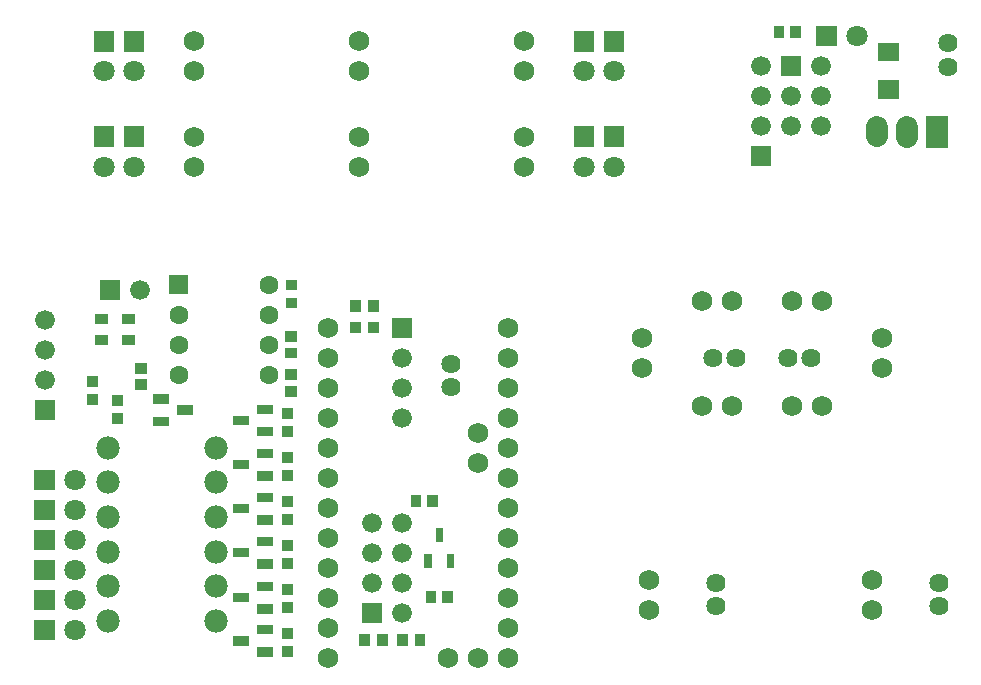
<source format=gts>
G04 Layer: TopSolderMaskLayer*
G04 EasyEDA v6.4.30, 2022-01-25 10:33:58*
G04 5618020f384b45728b455be9ef3c0d3f,7d3f4a13764643a7838717c5c1d40531,10*
G04 Gerber Generator version 0.2*
G04 Scale: 100 percent, Rotated: No, Reflected: No *
G04 Dimensions in inches *
G04 leading zeros omitted , absolute positions ,3 integer and 6 decimal *
%FSLAX36Y36*%
%MOIN*%

%ADD49C,0.0749*%
%ADD50C,0.0640*%
%ADD52C,0.0660*%
%ADD54C,0.0709*%
%ADD62C,0.0780*%
%ADD65C,0.0690*%
%ADD67C,0.0680*%
%ADD69C,0.0631*%

%LPD*%
D49*
X2984380Y1871541D02*
G01*
X2984380Y1903038D01*
X2884369Y1871932D02*
G01*
X2884369Y1903427D01*
D50*
G01*
X2664350Y1133119D03*
G01*
X2585649Y1133119D03*
G01*
X2414350Y1133119D03*
G01*
X2335649Y1133119D03*
G36*
X1166999Y251399D02*
G01*
X1166999Y317399D01*
X1233000Y317399D01*
X1233000Y251399D01*
G37*
D52*
G01*
X1300000Y284369D03*
G01*
X1200000Y384369D03*
G01*
X1300000Y384369D03*
G01*
X1200000Y484369D03*
G01*
X1300000Y484369D03*
G01*
X1200000Y584369D03*
G01*
X1300000Y584369D03*
D50*
G01*
X1462500Y1035650D03*
G01*
X1462500Y1114349D03*
G01*
X3090630Y384349D03*
G01*
X3090630Y305650D03*
G01*
X2346880Y384969D03*
G01*
X2346880Y306269D03*
G36*
X1266999Y1201399D02*
G01*
X1266999Y1267399D01*
X1333000Y1267399D01*
X1333000Y1201399D01*
G37*
D52*
G01*
X1300000Y1134369D03*
G01*
X1300000Y1034369D03*
G01*
X1300000Y934369D03*
G36*
X1973199Y1835199D02*
G01*
X1973199Y1906100D01*
X2039200Y1906100D01*
X2039200Y1835199D01*
G37*
D54*
G01*
X2006250Y1770619D03*
G36*
X373200Y1835199D02*
G01*
X373200Y1906100D01*
X439200Y1906100D01*
X439200Y1835199D01*
G37*
G01*
X406250Y1770619D03*
G36*
X1873199Y1835199D02*
G01*
X1873199Y1906100D01*
X1939200Y1906100D01*
X1939200Y1835199D01*
G37*
G01*
X1906250Y1770619D03*
G36*
X273200Y1835199D02*
G01*
X273200Y1906100D01*
X339200Y1906100D01*
X339200Y1835199D01*
G37*
G01*
X306250Y1770619D03*
G36*
X1973199Y2153899D02*
G01*
X1973199Y2224800D01*
X2039200Y2224800D01*
X2039200Y2153899D01*
G37*
G01*
X2006250Y2089369D03*
G36*
X373200Y2153899D02*
G01*
X373200Y2224800D01*
X439200Y2224800D01*
X439200Y2153899D01*
G37*
G01*
X406250Y2089369D03*
G36*
X1873199Y2153899D02*
G01*
X1873199Y2224800D01*
X1939200Y2224800D01*
X1939200Y2153899D01*
G37*
G01*
X1906250Y2089369D03*
G36*
X273200Y2153899D02*
G01*
X273200Y2224800D01*
X339200Y2224800D01*
X339200Y2153899D01*
G37*
G01*
X306250Y2089369D03*
G36*
X2680200Y2173200D02*
G01*
X2680200Y2239200D01*
X2751099Y2239200D01*
X2751099Y2173200D01*
G37*
G01*
X2815619Y2206250D03*
G36*
X2463900Y1773200D02*
G01*
X2463900Y1839200D01*
X2529899Y1839200D01*
X2529899Y1773200D01*
G37*
D52*
G01*
X2496880Y1906239D03*
G01*
X2496880Y2006239D03*
G01*
X2496880Y2106239D03*
G36*
X2885900Y1996700D02*
G01*
X2885900Y2059200D01*
X2957899Y2059200D01*
X2957899Y1996700D01*
G37*
G36*
X2885900Y2122100D02*
G01*
X2885900Y2184600D01*
X2957899Y2184600D01*
X2957899Y2122100D01*
G37*
G36*
X73899Y195100D02*
G01*
X73899Y261100D01*
X144800Y261100D01*
X144800Y195100D01*
G37*
D54*
G01*
X209380Y228119D03*
G36*
X73899Y295100D02*
G01*
X73899Y361100D01*
X144800Y361100D01*
X144800Y295100D01*
G37*
G01*
X209380Y328119D03*
G36*
X1384799Y636500D02*
G01*
X1384799Y675999D01*
X1420299Y675999D01*
X1420299Y636500D01*
G37*
G36*
X1329700Y636500D02*
G01*
X1329700Y675999D01*
X1365200Y675999D01*
X1365200Y636500D01*
G37*
G36*
X1379700Y317800D02*
G01*
X1379700Y357199D01*
X1415200Y357199D01*
X1415200Y317800D01*
G37*
G36*
X1434799Y317800D02*
G01*
X1434799Y357199D01*
X1470299Y357199D01*
X1470299Y317800D01*
G37*
G36*
X1375100Y434200D02*
G01*
X1375100Y479099D01*
X1400100Y479099D01*
X1400100Y434200D01*
G37*
G36*
X1449899Y434200D02*
G01*
X1449899Y479099D01*
X1474899Y479099D01*
X1474899Y434200D01*
G37*
G36*
X1412500Y520900D02*
G01*
X1412500Y565799D01*
X1437500Y565799D01*
X1437500Y520900D01*
G37*
G36*
X1158699Y174699D02*
G01*
X1158699Y212800D01*
X1194499Y212800D01*
X1194499Y174699D01*
G37*
G36*
X1218000Y174699D02*
G01*
X1218000Y212800D01*
X1253800Y212800D01*
X1253800Y174699D01*
G37*
G36*
X1283699Y174699D02*
G01*
X1283699Y212800D01*
X1319499Y212800D01*
X1319499Y174699D01*
G37*
G36*
X1343000Y174699D02*
G01*
X1343000Y212800D01*
X1378800Y212800D01*
X1378800Y174699D01*
G37*
G36*
X76399Y926399D02*
G01*
X76399Y992399D01*
X142399Y992399D01*
X142399Y926399D01*
G37*
D52*
G01*
X109380Y1059369D03*
G01*
X109380Y1159369D03*
G01*
X109380Y1259369D03*
G36*
X3046899Y1834099D02*
G01*
X3046899Y1940500D01*
X3121800Y1940500D01*
X3121800Y1834099D01*
G37*
D50*
G01*
X3121880Y2104400D03*
G01*
X3121880Y2183099D03*
G36*
X295100Y1326399D02*
G01*
X295100Y1392399D01*
X361100Y1392399D01*
X361100Y1326399D01*
G37*
D52*
G01*
X428130Y1359369D03*
G01*
X2696890Y1906250D03*
G01*
X2596890Y1906250D03*
G01*
X2696890Y2006250D03*
G01*
X2596890Y2006250D03*
G01*
X2696890Y2106250D03*
G36*
X2563900Y2073200D02*
G01*
X2563900Y2139200D01*
X2629899Y2139200D01*
X2629899Y2073200D01*
G37*
G36*
X911599Y1059800D02*
G01*
X911599Y1095300D01*
X951000Y1095300D01*
X951000Y1059800D01*
G37*
G36*
X911599Y1004699D02*
G01*
X911599Y1040199D01*
X951000Y1040199D01*
X951000Y1004699D01*
G37*
G36*
X911599Y1187899D02*
G01*
X911599Y1223400D01*
X951000Y1223400D01*
X951000Y1187899D01*
G37*
G36*
X911599Y1132800D02*
G01*
X911599Y1168299D01*
X951000Y1168299D01*
X951000Y1132800D01*
G37*
G36*
X411500Y1081700D02*
G01*
X411500Y1117199D01*
X450999Y1117199D01*
X450999Y1081700D01*
G37*
G36*
X411500Y1026599D02*
G01*
X411500Y1062100D01*
X450999Y1062100D01*
X450999Y1026599D01*
G37*
D62*
G01*
X320000Y256199D03*
G01*
X680000Y256199D03*
G01*
X320000Y371900D03*
G01*
X680000Y371900D03*
G01*
X320000Y487500D03*
G01*
X680000Y487500D03*
G01*
X320000Y603099D03*
G01*
X680000Y603099D03*
G01*
X320000Y718699D03*
G01*
X680000Y718699D03*
G01*
X320000Y834400D03*
G01*
X680000Y834400D03*
G36*
X899799Y136900D02*
G01*
X899799Y172600D01*
X937799Y172600D01*
X937799Y136900D01*
G37*
G36*
X899799Y196199D02*
G01*
X899799Y231900D01*
X937799Y231900D01*
X937799Y196199D01*
G37*
G36*
X899799Y283699D02*
G01*
X899799Y319400D01*
X937799Y319400D01*
X937799Y283699D01*
G37*
G36*
X899799Y343000D02*
G01*
X899799Y378699D01*
X937799Y378699D01*
X937799Y343000D01*
G37*
G36*
X899799Y430599D02*
G01*
X899799Y466300D01*
X937799Y466300D01*
X937799Y430599D01*
G37*
G36*
X899799Y489899D02*
G01*
X899799Y525599D01*
X937799Y525599D01*
X937799Y489899D01*
G37*
G36*
X899799Y577500D02*
G01*
X899799Y613200D01*
X937799Y613200D01*
X937799Y577500D01*
G37*
G36*
X899799Y636799D02*
G01*
X899799Y672500D01*
X937799Y672500D01*
X937799Y636799D01*
G37*
G36*
X899799Y724400D02*
G01*
X899799Y760100D01*
X937799Y760100D01*
X937799Y724400D01*
G37*
G36*
X899799Y783699D02*
G01*
X899799Y819400D01*
X937799Y819400D01*
X937799Y783699D01*
G37*
G36*
X899799Y871199D02*
G01*
X899799Y906900D01*
X937799Y906900D01*
X937799Y871199D01*
G37*
G36*
X899799Y930500D02*
G01*
X899799Y966199D01*
X937799Y966199D01*
X937799Y930500D01*
G37*
G36*
X471500Y980999D02*
G01*
X471500Y1012600D01*
X524699Y1012600D01*
X524699Y980999D01*
G37*
G36*
X471500Y906199D02*
G01*
X471500Y937800D01*
X524699Y937800D01*
X524699Y906199D01*
G37*
G36*
X550300Y943600D02*
G01*
X550300Y975199D01*
X603499Y975199D01*
X603499Y943600D01*
G37*
G36*
X815900Y137399D02*
G01*
X815900Y169000D01*
X869099Y169000D01*
X869099Y137399D01*
G37*
G36*
X815900Y212199D02*
G01*
X815900Y243800D01*
X869099Y243800D01*
X869099Y212199D01*
G37*
G36*
X737100Y174800D02*
G01*
X737100Y206399D01*
X790299Y206399D01*
X790299Y174800D01*
G37*
G36*
X815900Y281199D02*
G01*
X815900Y312800D01*
X869099Y312800D01*
X869099Y281199D01*
G37*
G36*
X815900Y355999D02*
G01*
X815900Y387600D01*
X869099Y387600D01*
X869099Y355999D01*
G37*
G36*
X737100Y318600D02*
G01*
X737100Y350199D01*
X790299Y350199D01*
X790299Y318600D01*
G37*
G36*
X815900Y431199D02*
G01*
X815900Y462800D01*
X869099Y462800D01*
X869099Y431199D01*
G37*
G36*
X815900Y505999D02*
G01*
X815900Y537600D01*
X869099Y537600D01*
X869099Y505999D01*
G37*
G36*
X737100Y468600D02*
G01*
X737100Y500199D01*
X790299Y500199D01*
X790299Y468600D01*
G37*
G36*
X815900Y578000D02*
G01*
X815900Y609600D01*
X869099Y609600D01*
X869099Y578000D01*
G37*
G36*
X815900Y652800D02*
G01*
X815900Y684400D01*
X869099Y684400D01*
X869099Y652800D01*
G37*
G36*
X737100Y615399D02*
G01*
X737100Y646999D01*
X790299Y646999D01*
X790299Y615399D01*
G37*
G36*
X815900Y724899D02*
G01*
X815900Y756500D01*
X869099Y756500D01*
X869099Y724899D01*
G37*
G36*
X815900Y799699D02*
G01*
X815900Y831300D01*
X869099Y831300D01*
X869099Y799699D01*
G37*
G36*
X737100Y762300D02*
G01*
X737100Y793899D01*
X790299Y793899D01*
X790299Y762300D01*
G37*
G36*
X815900Y871799D02*
G01*
X815900Y903400D01*
X869099Y903400D01*
X869099Y871799D01*
G37*
G36*
X815900Y946599D02*
G01*
X815900Y978200D01*
X869099Y978200D01*
X869099Y946599D01*
G37*
G36*
X737100Y909200D02*
G01*
X737100Y940799D01*
X790299Y940799D01*
X790299Y909200D01*
G37*
D65*
G01*
X1156250Y1870619D03*
G01*
X1156250Y1770619D03*
G01*
X1156250Y2189369D03*
G01*
X1156250Y2089369D03*
G01*
X1706250Y2189369D03*
G01*
X1706250Y2089369D03*
G01*
X606250Y2189369D03*
G01*
X606250Y2089369D03*
G01*
X1706250Y1870619D03*
G01*
X1706250Y1770619D03*
G01*
X606250Y1870619D03*
G01*
X606250Y1770619D03*
G36*
X73899Y695100D02*
G01*
X73899Y761100D01*
X144800Y761100D01*
X144800Y695100D01*
G37*
D54*
G01*
X209380Y728119D03*
G36*
X334099Y915000D02*
G01*
X334099Y950700D01*
X372100Y950700D01*
X372100Y915000D01*
G37*
G36*
X334099Y974299D02*
G01*
X334099Y1010000D01*
X372100Y1010000D01*
X372100Y974299D01*
G37*
G36*
X1186800Y1215399D02*
G01*
X1186800Y1253400D01*
X1222500Y1253400D01*
X1222500Y1215399D01*
G37*
G36*
X1127500Y1215399D02*
G01*
X1127500Y1253400D01*
X1163199Y1253400D01*
X1163199Y1215399D01*
G37*
G36*
X1186800Y1287199D02*
G01*
X1186800Y1325300D01*
X1222500Y1325300D01*
X1222500Y1287199D01*
G37*
G36*
X1127500Y1287199D02*
G01*
X1127500Y1325300D01*
X1163199Y1325300D01*
X1163199Y1287199D01*
G37*
G36*
X249699Y1036799D02*
G01*
X249699Y1072500D01*
X287800Y1072500D01*
X287800Y1036799D01*
G37*
G36*
X249699Y977500D02*
G01*
X249699Y1013200D01*
X287800Y1013200D01*
X287800Y977500D01*
G37*
G36*
X368200Y1176999D02*
G01*
X368200Y1210500D01*
X411599Y1210500D01*
X411599Y1176999D01*
G37*
G36*
X275900Y1176999D02*
G01*
X275900Y1210500D01*
X319299Y1210500D01*
X319299Y1176999D01*
G37*
G36*
X275900Y1245700D02*
G01*
X275900Y1279299D01*
X319299Y1279299D01*
X319299Y1245700D01*
G37*
G36*
X368200Y1245700D02*
G01*
X368200Y1279299D01*
X411599Y1279299D01*
X411599Y1245700D01*
G37*
G36*
X912200Y1299299D02*
G01*
X912200Y1335100D01*
X950299Y1335100D01*
X950299Y1299299D01*
G37*
G36*
X912200Y1358699D02*
G01*
X912200Y1394400D01*
X950299Y1394400D01*
X950299Y1358699D01*
G37*
D67*
G01*
X1053119Y1234380D03*
G01*
X1053119Y1134380D03*
G01*
X1053119Y1034380D03*
G01*
X1053119Y934380D03*
G01*
X1053119Y834380D03*
G01*
X1053119Y734380D03*
G01*
X1053119Y634380D03*
G01*
X1053119Y534380D03*
G01*
X1053119Y434380D03*
G01*
X1053119Y334380D03*
G01*
X1053119Y234380D03*
G01*
X1053119Y134380D03*
G01*
X1653119Y134380D03*
G01*
X1653119Y234380D03*
G01*
X1653119Y334380D03*
G01*
X1653119Y434380D03*
G01*
X1653119Y534380D03*
G01*
X1653119Y634380D03*
G01*
X1653119Y734380D03*
G01*
X1653119Y834380D03*
G01*
X1653119Y934380D03*
G01*
X1653119Y1034380D03*
G01*
X1653119Y1134380D03*
G01*
X1653119Y1234380D03*
G01*
X1553119Y884380D03*
G01*
X1553119Y784380D03*
G01*
X1553119Y134380D03*
G01*
X1453119Y134380D03*
D65*
G01*
X2125000Y393750D03*
G01*
X2125000Y293750D03*
G01*
X2868750Y393750D03*
G01*
X2868750Y293750D03*
G36*
X73899Y395100D02*
G01*
X73899Y461100D01*
X144800Y461100D01*
X144800Y395100D01*
G37*
D54*
G01*
X209380Y428119D03*
G36*
X73899Y495100D02*
G01*
X73899Y561100D01*
X144800Y561100D01*
X144800Y495100D01*
G37*
G01*
X209380Y528119D03*
G36*
X73899Y595100D02*
G01*
X73899Y661100D01*
X144800Y661100D01*
X144800Y595100D01*
G37*
G01*
X209380Y628119D03*
G36*
X524699Y1346599D02*
G01*
X524699Y1409699D01*
X587800Y1409699D01*
X587800Y1346599D01*
G37*
D69*
G01*
X556250Y1278119D03*
G01*
X556250Y1178119D03*
G01*
X556250Y1078119D03*
G01*
X856250Y1378119D03*
G01*
X856250Y1278119D03*
G01*
X856250Y1178119D03*
G01*
X856250Y1078119D03*
D65*
G01*
X2700000Y971869D03*
G01*
X2600000Y971869D03*
G01*
X2600000Y1325000D03*
G01*
X2700000Y1325000D03*
G01*
X2100000Y1198750D03*
G01*
X2100000Y1098750D03*
G01*
X2400000Y1325000D03*
G01*
X2300000Y1325000D03*
G01*
X2900000Y1198750D03*
G01*
X2900000Y1098750D03*
G01*
X2400000Y971869D03*
G01*
X2300000Y971869D03*
G36*
X2594200Y2199000D02*
G01*
X2594200Y2238499D01*
X2629700Y2238499D01*
X2629700Y2199000D01*
G37*
G36*
X2539099Y2199000D02*
G01*
X2539099Y2238499D01*
X2574600Y2238499D01*
X2574600Y2199000D01*
G37*
M02*

</source>
